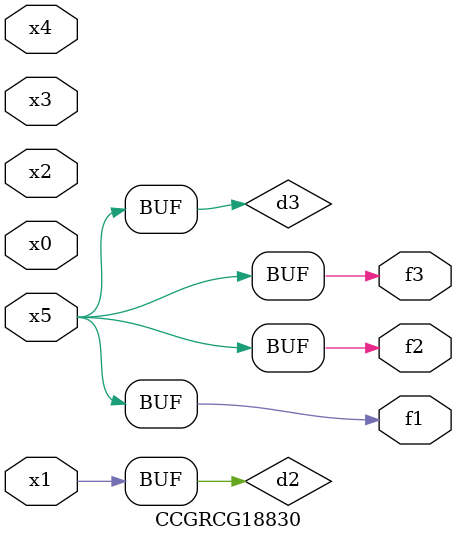
<source format=v>
module CCGRCG18830(
	input x0, x1, x2, x3, x4, x5,
	output f1, f2, f3
);

	wire d1, d2, d3;

	not (d1, x5);
	or (d2, x1);
	xnor (d3, d1);
	assign f1 = d3;
	assign f2 = d3;
	assign f3 = d3;
endmodule

</source>
